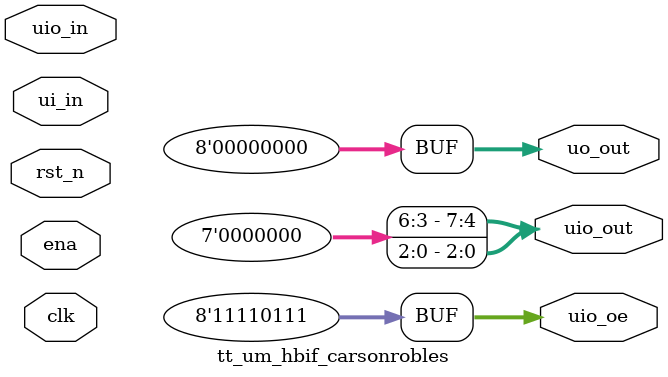
<source format=sv>
/*
 * Copyright (c) 2024 Carson Robles
 * SPDX-License-Identifier: Apache-2.0
 */

`default_nettype none

module tt_um_hbif_carsonrobles (
    input  wire [7:0] ui_in,    // Dedicated inputs
    output wire [7:0] uo_out,   // Dedicated outputs
    input  wire [7:0] uio_in,   // IOs: Input path
    output wire [7:0] uio_out,  // IOs: Output path
    output wire [7:0] uio_oe,   // IOs: Enable path (active high: 0=input, 1=output)
    input  wire       ena,      // always 1 when the design is powered, so you can ignore it
    input  wire       clk,      // clock
    input  wire       rst_n     // reset_n - low to reset
);


  assign uio_oe[0] = 1'b1;
  assign uio_oe[1] = 1'b1;
  assign uio_oe[2] = 1'b1;
  assign uio_oe[3] = 1'b0;
  assign uio_oe[4] = 1'b1;
  assign uio_oe[5] = 1'b1;
  assign uio_oe[6] = 1'b1;
  assign uio_oe[7] = 1'b1;

  assign uio_out[0] = 1'b0;
  assign uio_out[1] = 1'b0;
  assign uio_out[2] = 1'b0;
  //assign uio_out[3] = 1'b0;
  assign uio_out[4] = 1'b0;
  assign uio_out[5] = 1'b0;
  assign uio_out[6] = 1'b0;
  assign uio_out[7] = 1'b0;

  assign uo_out[0] = 1'b0;
  assign uo_out[1] = 1'b0;
  assign uo_out[2] = 1'b0;
  assign uo_out[3] = 1'b0;
  assign uo_out[4] = 1'b0;
  assign uo_out[5] = 1'b0;
  assign uo_out[6] = 1'b0;
  assign uo_out[7] = 1'b0;

  tthbif u_tthbif (
    .clk_i     ( clk   ),
    .rst_ni    ( rst_n ),

    .en_i      ( ena   ),

    .uart_rx_i ( uio_in[3]  ),
    .uart_tx_o ( uio_out[4] )
  );

endmodule

</source>
